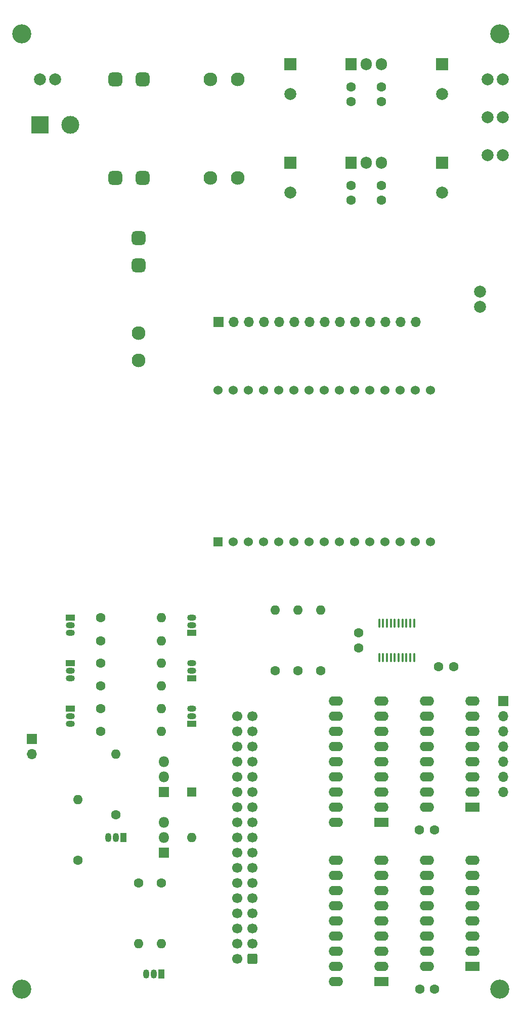
<source format=gts>
G04 #@! TF.GenerationSoftware,KiCad,Pcbnew,6.0.11-2627ca5db0~126~ubuntu20.04.1*
G04 #@! TF.CreationDate,2023-10-14T11:39:08+02:00*
G04 #@! TF.ProjectId,driverboardAnnax37623,64726976-6572-4626-9f61-7264416e6e61,rev?*
G04 #@! TF.SameCoordinates,Original*
G04 #@! TF.FileFunction,Soldermask,Top*
G04 #@! TF.FilePolarity,Negative*
%FSLAX46Y46*%
G04 Gerber Fmt 4.6, Leading zero omitted, Abs format (unit mm)*
G04 Created by KiCad (PCBNEW 6.0.11-2627ca5db0~126~ubuntu20.04.1) date 2023-10-14 11:39:08*
%MOMM*%
%LPD*%
G01*
G04 APERTURE LIST*
G04 Aperture macros list*
%AMRoundRect*
0 Rectangle with rounded corners*
0 $1 Rounding radius*
0 $2 $3 $4 $5 $6 $7 $8 $9 X,Y pos of 4 corners*
0 Add a 4 corners polygon primitive as box body*
4,1,4,$2,$3,$4,$5,$6,$7,$8,$9,$2,$3,0*
0 Add four circle primitives for the rounded corners*
1,1,$1+$1,$2,$3*
1,1,$1+$1,$4,$5*
1,1,$1+$1,$6,$7*
1,1,$1+$1,$8,$9*
0 Add four rect primitives between the rounded corners*
20,1,$1+$1,$2,$3,$4,$5,0*
20,1,$1+$1,$4,$5,$6,$7,0*
20,1,$1+$1,$6,$7,$8,$9,0*
20,1,$1+$1,$8,$9,$2,$3,0*%
G04 Aperture macros list end*
%ADD10R,2.400000X1.600000*%
%ADD11O,2.400000X1.600000*%
%ADD12R,2.000000X2.000000*%
%ADD13C,2.000000*%
%ADD14R,1.050000X1.500000*%
%ADD15O,1.050000X1.500000*%
%ADD16RoundRect,0.575000X-0.575000X-0.575000X0.575000X-0.575000X0.575000X0.575000X-0.575000X0.575000X0*%
%ADD17C,2.300000*%
%ADD18C,1.600000*%
%ADD19O,1.600000X1.600000*%
%ADD20R,1.500000X1.050000*%
%ADD21O,1.500000X1.050000*%
%ADD22C,3.200000*%
%ADD23R,1.800000X1.800000*%
%ADD24O,1.800000X1.800000*%
%ADD25RoundRect,0.575000X-0.575000X0.575000X-0.575000X-0.575000X0.575000X-0.575000X0.575000X0.575000X0*%
%ADD26RoundRect,0.100000X-0.100000X0.637500X-0.100000X-0.637500X0.100000X-0.637500X0.100000X0.637500X0*%
%ADD27R,1.905000X2.000000*%
%ADD28O,1.905000X2.000000*%
%ADD29R,1.600000X1.600000*%
%ADD30RoundRect,0.250000X0.600000X0.600000X-0.600000X0.600000X-0.600000X-0.600000X0.600000X-0.600000X0*%
%ADD31C,1.700000*%
%ADD32R,3.000000X3.000000*%
%ADD33C,3.000000*%
%ADD34R,1.700000X1.700000*%
%ADD35O,1.700000X1.700000*%
%ADD36R,1.524000X1.524000*%
%ADD37C,1.524000*%
G04 APERTURE END LIST*
D10*
X90185000Y-189230000D03*
D11*
X90185000Y-186690000D03*
X90185000Y-184150000D03*
X90185000Y-181610000D03*
X90185000Y-179070000D03*
X90185000Y-176530000D03*
X90185000Y-173990000D03*
X90185000Y-171450000D03*
X90185000Y-168910000D03*
X82565000Y-168910000D03*
X82565000Y-171450000D03*
X82565000Y-173990000D03*
X82565000Y-176530000D03*
X82565000Y-179070000D03*
X82565000Y-181610000D03*
X82565000Y-184150000D03*
X82565000Y-186690000D03*
X82565000Y-189230000D03*
D12*
X74930000Y-52070000D03*
D13*
X74930000Y-57070000D03*
D14*
X46990000Y-165100000D03*
D15*
X45720000Y-165100000D03*
X44450000Y-165100000D03*
D16*
X50230000Y-54610000D03*
X45630000Y-54610000D03*
D17*
X66130000Y-54610000D03*
X61530000Y-54610000D03*
D18*
X96520000Y-163830000D03*
X99020000Y-163830000D03*
D10*
X90170000Y-162560000D03*
D11*
X90170000Y-160020000D03*
X90170000Y-157480000D03*
X90170000Y-154940000D03*
X90170000Y-152400000D03*
X90170000Y-149860000D03*
X90170000Y-147320000D03*
X90170000Y-144780000D03*
X90170000Y-142240000D03*
X82550000Y-142240000D03*
X82550000Y-144780000D03*
X82550000Y-147320000D03*
X82550000Y-149860000D03*
X82550000Y-152400000D03*
X82550000Y-154940000D03*
X82550000Y-157480000D03*
X82550000Y-160020000D03*
X82550000Y-162560000D03*
D18*
X86360000Y-130830000D03*
X86360000Y-133330000D03*
X76200000Y-137160000D03*
D19*
X76200000Y-127000000D03*
D20*
X58420000Y-130810000D03*
D21*
X58420000Y-129540000D03*
X58420000Y-128270000D03*
D18*
X39370000Y-168910000D03*
D19*
X39370000Y-158750000D03*
D22*
X110000000Y-30500000D03*
D12*
X74930000Y-35560000D03*
D13*
X74930000Y-40560000D03*
D20*
X38100000Y-143510000D03*
D21*
X38100000Y-144780000D03*
X38100000Y-146050000D03*
D18*
X43180000Y-128270000D03*
D19*
X53340000Y-128270000D03*
D18*
X53340000Y-172720000D03*
D19*
X53340000Y-182880000D03*
D18*
X43180000Y-139700000D03*
D19*
X53340000Y-139700000D03*
D18*
X72390000Y-137160000D03*
D19*
X72390000Y-127000000D03*
D23*
X53715000Y-167640000D03*
D24*
X53715000Y-165100000D03*
X53715000Y-162560000D03*
D18*
X45720000Y-161290000D03*
D19*
X45720000Y-151130000D03*
D20*
X38100000Y-128270000D03*
D21*
X38100000Y-129540000D03*
X38100000Y-130810000D03*
D13*
X107950000Y-50800000D03*
X110490000Y-50800000D03*
D18*
X80010000Y-137160000D03*
D19*
X80010000Y-127000000D03*
D25*
X49530000Y-64680000D03*
X49530000Y-69280000D03*
D17*
X49530000Y-85180000D03*
X49530000Y-80580000D03*
D26*
X95635000Y-129217500D03*
X94985000Y-129217500D03*
X94335000Y-129217500D03*
X93685000Y-129217500D03*
X93035000Y-129217500D03*
X92385000Y-129217500D03*
X91735000Y-129217500D03*
X91085000Y-129217500D03*
X90435000Y-129217500D03*
X89785000Y-129217500D03*
X89785000Y-134942500D03*
X90435000Y-134942500D03*
X91085000Y-134942500D03*
X91735000Y-134942500D03*
X92385000Y-134942500D03*
X93035000Y-134942500D03*
X93685000Y-134942500D03*
X94335000Y-134942500D03*
X94985000Y-134942500D03*
X95635000Y-134942500D03*
D20*
X58420000Y-138430000D03*
D21*
X58420000Y-137160000D03*
X58420000Y-135890000D03*
D18*
X43180000Y-143510000D03*
D19*
X53340000Y-143510000D03*
D13*
X107950000Y-38100000D03*
X110490000Y-38100000D03*
D27*
X85090000Y-35560000D03*
D28*
X87630000Y-35560000D03*
X90170000Y-35560000D03*
D20*
X38100000Y-135890000D03*
D21*
X38100000Y-137160000D03*
X38100000Y-138430000D03*
D18*
X43180000Y-135890000D03*
D19*
X53340000Y-135890000D03*
D10*
X105400000Y-186700000D03*
D11*
X105400000Y-184160000D03*
X105400000Y-181620000D03*
X105400000Y-179080000D03*
X105400000Y-176540000D03*
X105400000Y-174000000D03*
X105400000Y-171460000D03*
X105400000Y-168920000D03*
X97780000Y-168920000D03*
X97780000Y-171460000D03*
X97780000Y-174000000D03*
X97780000Y-176540000D03*
X97780000Y-179080000D03*
X97780000Y-181620000D03*
X97780000Y-184160000D03*
X97780000Y-186700000D03*
D23*
X53715000Y-157480000D03*
D24*
X53715000Y-154940000D03*
X53715000Y-152400000D03*
D29*
X58420000Y-157480000D03*
D19*
X58420000Y-165100000D03*
D18*
X43180000Y-147320000D03*
D19*
X53340000Y-147320000D03*
D30*
X68580000Y-185420000D03*
D31*
X66040000Y-185420000D03*
X68580000Y-182880000D03*
X66040000Y-182880000D03*
X68580000Y-180340000D03*
X66040000Y-180340000D03*
X68580000Y-177800000D03*
X66040000Y-177800000D03*
X68580000Y-175260000D03*
X66040000Y-175260000D03*
X68580000Y-172720000D03*
X66040000Y-172720000D03*
X68580000Y-170180000D03*
X66040000Y-170180000D03*
X68580000Y-167640000D03*
X66040000Y-167640000D03*
X68580000Y-165100000D03*
X66040000Y-165100000D03*
X68580000Y-162560000D03*
X66040000Y-162560000D03*
X68580000Y-160020000D03*
X66040000Y-160020000D03*
X68580000Y-157480000D03*
X66040000Y-157480000D03*
X68580000Y-154940000D03*
X66040000Y-154940000D03*
X68580000Y-152400000D03*
X66040000Y-152400000D03*
X68580000Y-149860000D03*
X66040000Y-149860000D03*
X68580000Y-147320000D03*
X66040000Y-147320000D03*
X68580000Y-144780000D03*
X66040000Y-144780000D03*
D27*
X85090000Y-52070000D03*
D28*
X87630000Y-52070000D03*
X90170000Y-52070000D03*
D22*
X30000000Y-190500000D03*
D16*
X50230000Y-38100000D03*
X45630000Y-38100000D03*
D17*
X61530000Y-38100000D03*
X66130000Y-38100000D03*
D32*
X33020000Y-45720000D03*
D33*
X38100000Y-45720000D03*
D12*
X100330000Y-35560000D03*
D13*
X100330000Y-40560000D03*
D34*
X110560000Y-142235000D03*
D35*
X110560000Y-144775000D03*
X110560000Y-147315000D03*
X110560000Y-149855000D03*
X110560000Y-152395000D03*
X110560000Y-154935000D03*
X110560000Y-157475000D03*
D12*
X100330000Y-52070000D03*
D13*
X100330000Y-57070000D03*
D22*
X30000000Y-30500000D03*
D18*
X85090000Y-55880000D03*
X85090000Y-58380000D03*
X49530000Y-172720000D03*
D19*
X49530000Y-182880000D03*
D34*
X62925000Y-78740000D03*
D35*
X65465000Y-78740000D03*
X68005000Y-78740000D03*
X70545000Y-78740000D03*
X73085000Y-78740000D03*
X75625000Y-78740000D03*
X78165000Y-78740000D03*
X80705000Y-78740000D03*
X83245000Y-78740000D03*
X85785000Y-78740000D03*
X88325000Y-78740000D03*
X90865000Y-78740000D03*
X93405000Y-78740000D03*
X95945000Y-78740000D03*
D18*
X43180000Y-132180000D03*
D19*
X53340000Y-132180000D03*
D36*
X62840000Y-115570000D03*
D37*
X65380000Y-115570000D03*
X67920000Y-115570000D03*
X70460000Y-115570000D03*
X73000000Y-115570000D03*
X75540000Y-115570000D03*
X78080000Y-115570000D03*
X80620000Y-115570000D03*
X83160000Y-115570000D03*
X85700000Y-115570000D03*
X88240000Y-115570000D03*
X90780000Y-115570000D03*
X93320000Y-115570000D03*
X95860000Y-115570000D03*
X98400000Y-115570000D03*
X98400000Y-90170000D03*
X95860000Y-90170000D03*
X93320000Y-90170000D03*
X90780000Y-90170000D03*
X88240000Y-90170000D03*
X85700000Y-90170000D03*
X83160000Y-90170000D03*
X80620000Y-90170000D03*
X78080000Y-90170000D03*
X75540000Y-90170000D03*
X73000000Y-90170000D03*
X70460000Y-90170000D03*
X67920000Y-90170000D03*
X65380000Y-90170000D03*
X62840000Y-90170000D03*
D10*
X105400000Y-160030000D03*
D11*
X105400000Y-157490000D03*
X105400000Y-154950000D03*
X105400000Y-152410000D03*
X105400000Y-149870000D03*
X105400000Y-147330000D03*
X105400000Y-144790000D03*
X105400000Y-142250000D03*
X97780000Y-142250000D03*
X97780000Y-144790000D03*
X97780000Y-147330000D03*
X97780000Y-149870000D03*
X97780000Y-152410000D03*
X97780000Y-154950000D03*
X97780000Y-157490000D03*
X97780000Y-160030000D03*
D13*
X33020000Y-38100000D03*
X35560000Y-38100000D03*
D22*
X110000000Y-190500000D03*
D18*
X96560000Y-190500000D03*
X99060000Y-190500000D03*
D13*
X107950000Y-44450000D03*
X110490000Y-44450000D03*
X106680000Y-73660000D03*
X106680000Y-76200000D03*
D18*
X99735000Y-136525000D03*
X102235000Y-136525000D03*
D14*
X53340000Y-187960000D03*
D15*
X52070000Y-187960000D03*
X50800000Y-187960000D03*
D20*
X58420000Y-146050000D03*
D21*
X58420000Y-144780000D03*
X58420000Y-143510000D03*
D34*
X31690000Y-148590000D03*
D35*
X31690000Y-151130000D03*
D18*
X90170000Y-39370000D03*
X90170000Y-41870000D03*
X90170000Y-55880000D03*
X90170000Y-58380000D03*
X85090000Y-39370000D03*
X85090000Y-41870000D03*
M02*

</source>
